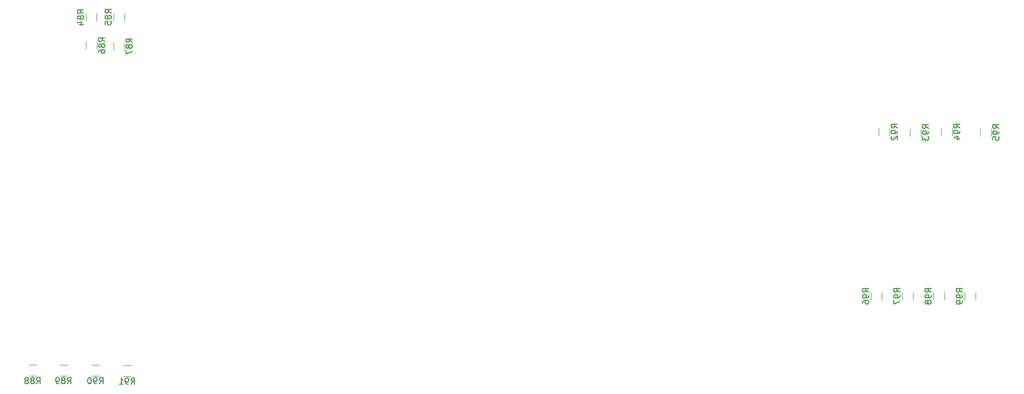
<source format=gbr>
G04 #@! TF.FileFunction,Legend,Bot*
%FSLAX46Y46*%
G04 Gerber Fmt 4.6, Leading zero omitted, Abs format (unit mm)*
G04 Created by KiCad (PCBNEW 4.0.7) date 10/08/17 10:55:57*
%MOMM*%
%LPD*%
G01*
G04 APERTURE LIST*
%ADD10C,0.100000*%
%ADD11C,0.120000*%
%ADD12C,0.150000*%
G04 APERTURE END LIST*
D10*
D11*
X83557000Y-62766500D02*
X83557000Y-61566500D01*
X81797000Y-61566500D02*
X81797000Y-62766500D01*
X88065500Y-62703000D02*
X88065500Y-61503000D01*
X86305500Y-61503000D02*
X86305500Y-62703000D01*
X81860500Y-66138500D02*
X81860500Y-67338500D01*
X83620500Y-67338500D02*
X83620500Y-66138500D01*
X86305500Y-66265500D02*
X86305500Y-67465500D01*
X88065500Y-67465500D02*
X88065500Y-66265500D01*
X73752000Y-118817500D02*
X72552000Y-118817500D01*
X72552000Y-120577500D02*
X73752000Y-120577500D01*
X78768500Y-118817500D02*
X77568500Y-118817500D01*
X77568500Y-120577500D02*
X78768500Y-120577500D01*
X83975500Y-118817500D02*
X82775500Y-118817500D01*
X82775500Y-120577500D02*
X83975500Y-120577500D01*
X89119000Y-118881000D02*
X87919000Y-118881000D01*
X87919000Y-120641000D02*
X89119000Y-120641000D01*
X210702000Y-80219000D02*
X210702000Y-81419000D01*
X212462000Y-81419000D02*
X212462000Y-80219000D01*
X215782000Y-80299000D02*
X215782000Y-81499000D01*
X217542000Y-81499000D02*
X217542000Y-80299000D01*
X220862000Y-80219000D02*
X220862000Y-81419000D01*
X222622000Y-81419000D02*
X222622000Y-80219000D01*
X227212000Y-80299000D02*
X227212000Y-81499000D01*
X228972000Y-81499000D02*
X228972000Y-80299000D01*
X211192000Y-108169000D02*
X211192000Y-106969000D01*
X209432000Y-106969000D02*
X209432000Y-108169000D01*
X216272000Y-108169000D02*
X216272000Y-106969000D01*
X214512000Y-106969000D02*
X214512000Y-108169000D01*
X221352000Y-108169000D02*
X221352000Y-106969000D01*
X219592000Y-106969000D02*
X219592000Y-108169000D01*
X226432000Y-108169000D02*
X226432000Y-106969000D01*
X224672000Y-106969000D02*
X224672000Y-108169000D01*
D12*
X81429381Y-61523643D02*
X80953190Y-61190309D01*
X81429381Y-60952214D02*
X80429381Y-60952214D01*
X80429381Y-61333167D01*
X80477000Y-61428405D01*
X80524619Y-61476024D01*
X80619857Y-61523643D01*
X80762714Y-61523643D01*
X80857952Y-61476024D01*
X80905571Y-61428405D01*
X80953190Y-61333167D01*
X80953190Y-60952214D01*
X80857952Y-62095071D02*
X80810333Y-61999833D01*
X80762714Y-61952214D01*
X80667476Y-61904595D01*
X80619857Y-61904595D01*
X80524619Y-61952214D01*
X80477000Y-61999833D01*
X80429381Y-62095071D01*
X80429381Y-62285548D01*
X80477000Y-62380786D01*
X80524619Y-62428405D01*
X80619857Y-62476024D01*
X80667476Y-62476024D01*
X80762714Y-62428405D01*
X80810333Y-62380786D01*
X80857952Y-62285548D01*
X80857952Y-62095071D01*
X80905571Y-61999833D01*
X80953190Y-61952214D01*
X81048429Y-61904595D01*
X81238905Y-61904595D01*
X81334143Y-61952214D01*
X81381762Y-61999833D01*
X81429381Y-62095071D01*
X81429381Y-62285548D01*
X81381762Y-62380786D01*
X81334143Y-62428405D01*
X81238905Y-62476024D01*
X81048429Y-62476024D01*
X80953190Y-62428405D01*
X80905571Y-62380786D01*
X80857952Y-62285548D01*
X80762714Y-63333167D02*
X81429381Y-63333167D01*
X80381762Y-63095071D02*
X81096048Y-62856976D01*
X81096048Y-63476024D01*
X85937881Y-61460143D02*
X85461690Y-61126809D01*
X85937881Y-60888714D02*
X84937881Y-60888714D01*
X84937881Y-61269667D01*
X84985500Y-61364905D01*
X85033119Y-61412524D01*
X85128357Y-61460143D01*
X85271214Y-61460143D01*
X85366452Y-61412524D01*
X85414071Y-61364905D01*
X85461690Y-61269667D01*
X85461690Y-60888714D01*
X85366452Y-62031571D02*
X85318833Y-61936333D01*
X85271214Y-61888714D01*
X85175976Y-61841095D01*
X85128357Y-61841095D01*
X85033119Y-61888714D01*
X84985500Y-61936333D01*
X84937881Y-62031571D01*
X84937881Y-62222048D01*
X84985500Y-62317286D01*
X85033119Y-62364905D01*
X85128357Y-62412524D01*
X85175976Y-62412524D01*
X85271214Y-62364905D01*
X85318833Y-62317286D01*
X85366452Y-62222048D01*
X85366452Y-62031571D01*
X85414071Y-61936333D01*
X85461690Y-61888714D01*
X85556929Y-61841095D01*
X85747405Y-61841095D01*
X85842643Y-61888714D01*
X85890262Y-61936333D01*
X85937881Y-62031571D01*
X85937881Y-62222048D01*
X85890262Y-62317286D01*
X85842643Y-62364905D01*
X85747405Y-62412524D01*
X85556929Y-62412524D01*
X85461690Y-62364905D01*
X85414071Y-62317286D01*
X85366452Y-62222048D01*
X84937881Y-63317286D02*
X84937881Y-62841095D01*
X85414071Y-62793476D01*
X85366452Y-62841095D01*
X85318833Y-62936333D01*
X85318833Y-63174429D01*
X85366452Y-63269667D01*
X85414071Y-63317286D01*
X85509310Y-63364905D01*
X85747405Y-63364905D01*
X85842643Y-63317286D01*
X85890262Y-63269667D01*
X85937881Y-63174429D01*
X85937881Y-62936333D01*
X85890262Y-62841095D01*
X85842643Y-62793476D01*
X84892881Y-66095643D02*
X84416690Y-65762309D01*
X84892881Y-65524214D02*
X83892881Y-65524214D01*
X83892881Y-65905167D01*
X83940500Y-66000405D01*
X83988119Y-66048024D01*
X84083357Y-66095643D01*
X84226214Y-66095643D01*
X84321452Y-66048024D01*
X84369071Y-66000405D01*
X84416690Y-65905167D01*
X84416690Y-65524214D01*
X84321452Y-66667071D02*
X84273833Y-66571833D01*
X84226214Y-66524214D01*
X84130976Y-66476595D01*
X84083357Y-66476595D01*
X83988119Y-66524214D01*
X83940500Y-66571833D01*
X83892881Y-66667071D01*
X83892881Y-66857548D01*
X83940500Y-66952786D01*
X83988119Y-67000405D01*
X84083357Y-67048024D01*
X84130976Y-67048024D01*
X84226214Y-67000405D01*
X84273833Y-66952786D01*
X84321452Y-66857548D01*
X84321452Y-66667071D01*
X84369071Y-66571833D01*
X84416690Y-66524214D01*
X84511929Y-66476595D01*
X84702405Y-66476595D01*
X84797643Y-66524214D01*
X84845262Y-66571833D01*
X84892881Y-66667071D01*
X84892881Y-66857548D01*
X84845262Y-66952786D01*
X84797643Y-67000405D01*
X84702405Y-67048024D01*
X84511929Y-67048024D01*
X84416690Y-67000405D01*
X84369071Y-66952786D01*
X84321452Y-66857548D01*
X83892881Y-67905167D02*
X83892881Y-67714690D01*
X83940500Y-67619452D01*
X83988119Y-67571833D01*
X84130976Y-67476595D01*
X84321452Y-67428976D01*
X84702405Y-67428976D01*
X84797643Y-67476595D01*
X84845262Y-67524214D01*
X84892881Y-67619452D01*
X84892881Y-67809929D01*
X84845262Y-67905167D01*
X84797643Y-67952786D01*
X84702405Y-68000405D01*
X84464310Y-68000405D01*
X84369071Y-67952786D01*
X84321452Y-67905167D01*
X84273833Y-67809929D01*
X84273833Y-67619452D01*
X84321452Y-67524214D01*
X84369071Y-67476595D01*
X84464310Y-67428976D01*
X89337881Y-66222643D02*
X88861690Y-65889309D01*
X89337881Y-65651214D02*
X88337881Y-65651214D01*
X88337881Y-66032167D01*
X88385500Y-66127405D01*
X88433119Y-66175024D01*
X88528357Y-66222643D01*
X88671214Y-66222643D01*
X88766452Y-66175024D01*
X88814071Y-66127405D01*
X88861690Y-66032167D01*
X88861690Y-65651214D01*
X88766452Y-66794071D02*
X88718833Y-66698833D01*
X88671214Y-66651214D01*
X88575976Y-66603595D01*
X88528357Y-66603595D01*
X88433119Y-66651214D01*
X88385500Y-66698833D01*
X88337881Y-66794071D01*
X88337881Y-66984548D01*
X88385500Y-67079786D01*
X88433119Y-67127405D01*
X88528357Y-67175024D01*
X88575976Y-67175024D01*
X88671214Y-67127405D01*
X88718833Y-67079786D01*
X88766452Y-66984548D01*
X88766452Y-66794071D01*
X88814071Y-66698833D01*
X88861690Y-66651214D01*
X88956929Y-66603595D01*
X89147405Y-66603595D01*
X89242643Y-66651214D01*
X89290262Y-66698833D01*
X89337881Y-66794071D01*
X89337881Y-66984548D01*
X89290262Y-67079786D01*
X89242643Y-67127405D01*
X89147405Y-67175024D01*
X88956929Y-67175024D01*
X88861690Y-67127405D01*
X88814071Y-67079786D01*
X88766452Y-66984548D01*
X88337881Y-67508357D02*
X88337881Y-68175024D01*
X89337881Y-67746452D01*
X73794857Y-121849881D02*
X74128191Y-121373690D01*
X74366286Y-121849881D02*
X74366286Y-120849881D01*
X73985333Y-120849881D01*
X73890095Y-120897500D01*
X73842476Y-120945119D01*
X73794857Y-121040357D01*
X73794857Y-121183214D01*
X73842476Y-121278452D01*
X73890095Y-121326071D01*
X73985333Y-121373690D01*
X74366286Y-121373690D01*
X73223429Y-121278452D02*
X73318667Y-121230833D01*
X73366286Y-121183214D01*
X73413905Y-121087976D01*
X73413905Y-121040357D01*
X73366286Y-120945119D01*
X73318667Y-120897500D01*
X73223429Y-120849881D01*
X73032952Y-120849881D01*
X72937714Y-120897500D01*
X72890095Y-120945119D01*
X72842476Y-121040357D01*
X72842476Y-121087976D01*
X72890095Y-121183214D01*
X72937714Y-121230833D01*
X73032952Y-121278452D01*
X73223429Y-121278452D01*
X73318667Y-121326071D01*
X73366286Y-121373690D01*
X73413905Y-121468929D01*
X73413905Y-121659405D01*
X73366286Y-121754643D01*
X73318667Y-121802262D01*
X73223429Y-121849881D01*
X73032952Y-121849881D01*
X72937714Y-121802262D01*
X72890095Y-121754643D01*
X72842476Y-121659405D01*
X72842476Y-121468929D01*
X72890095Y-121373690D01*
X72937714Y-121326071D01*
X73032952Y-121278452D01*
X72271048Y-121278452D02*
X72366286Y-121230833D01*
X72413905Y-121183214D01*
X72461524Y-121087976D01*
X72461524Y-121040357D01*
X72413905Y-120945119D01*
X72366286Y-120897500D01*
X72271048Y-120849881D01*
X72080571Y-120849881D01*
X71985333Y-120897500D01*
X71937714Y-120945119D01*
X71890095Y-121040357D01*
X71890095Y-121087976D01*
X71937714Y-121183214D01*
X71985333Y-121230833D01*
X72080571Y-121278452D01*
X72271048Y-121278452D01*
X72366286Y-121326071D01*
X72413905Y-121373690D01*
X72461524Y-121468929D01*
X72461524Y-121659405D01*
X72413905Y-121754643D01*
X72366286Y-121802262D01*
X72271048Y-121849881D01*
X72080571Y-121849881D01*
X71985333Y-121802262D01*
X71937714Y-121754643D01*
X71890095Y-121659405D01*
X71890095Y-121468929D01*
X71937714Y-121373690D01*
X71985333Y-121326071D01*
X72080571Y-121278452D01*
X78811357Y-121849881D02*
X79144691Y-121373690D01*
X79382786Y-121849881D02*
X79382786Y-120849881D01*
X79001833Y-120849881D01*
X78906595Y-120897500D01*
X78858976Y-120945119D01*
X78811357Y-121040357D01*
X78811357Y-121183214D01*
X78858976Y-121278452D01*
X78906595Y-121326071D01*
X79001833Y-121373690D01*
X79382786Y-121373690D01*
X78239929Y-121278452D02*
X78335167Y-121230833D01*
X78382786Y-121183214D01*
X78430405Y-121087976D01*
X78430405Y-121040357D01*
X78382786Y-120945119D01*
X78335167Y-120897500D01*
X78239929Y-120849881D01*
X78049452Y-120849881D01*
X77954214Y-120897500D01*
X77906595Y-120945119D01*
X77858976Y-121040357D01*
X77858976Y-121087976D01*
X77906595Y-121183214D01*
X77954214Y-121230833D01*
X78049452Y-121278452D01*
X78239929Y-121278452D01*
X78335167Y-121326071D01*
X78382786Y-121373690D01*
X78430405Y-121468929D01*
X78430405Y-121659405D01*
X78382786Y-121754643D01*
X78335167Y-121802262D01*
X78239929Y-121849881D01*
X78049452Y-121849881D01*
X77954214Y-121802262D01*
X77906595Y-121754643D01*
X77858976Y-121659405D01*
X77858976Y-121468929D01*
X77906595Y-121373690D01*
X77954214Y-121326071D01*
X78049452Y-121278452D01*
X77382786Y-121849881D02*
X77192310Y-121849881D01*
X77097071Y-121802262D01*
X77049452Y-121754643D01*
X76954214Y-121611786D01*
X76906595Y-121421310D01*
X76906595Y-121040357D01*
X76954214Y-120945119D01*
X77001833Y-120897500D01*
X77097071Y-120849881D01*
X77287548Y-120849881D01*
X77382786Y-120897500D01*
X77430405Y-120945119D01*
X77478024Y-121040357D01*
X77478024Y-121278452D01*
X77430405Y-121373690D01*
X77382786Y-121421310D01*
X77287548Y-121468929D01*
X77097071Y-121468929D01*
X77001833Y-121421310D01*
X76954214Y-121373690D01*
X76906595Y-121278452D01*
X84018357Y-121849881D02*
X84351691Y-121373690D01*
X84589786Y-121849881D02*
X84589786Y-120849881D01*
X84208833Y-120849881D01*
X84113595Y-120897500D01*
X84065976Y-120945119D01*
X84018357Y-121040357D01*
X84018357Y-121183214D01*
X84065976Y-121278452D01*
X84113595Y-121326071D01*
X84208833Y-121373690D01*
X84589786Y-121373690D01*
X83542167Y-121849881D02*
X83351691Y-121849881D01*
X83256452Y-121802262D01*
X83208833Y-121754643D01*
X83113595Y-121611786D01*
X83065976Y-121421310D01*
X83065976Y-121040357D01*
X83113595Y-120945119D01*
X83161214Y-120897500D01*
X83256452Y-120849881D01*
X83446929Y-120849881D01*
X83542167Y-120897500D01*
X83589786Y-120945119D01*
X83637405Y-121040357D01*
X83637405Y-121278452D01*
X83589786Y-121373690D01*
X83542167Y-121421310D01*
X83446929Y-121468929D01*
X83256452Y-121468929D01*
X83161214Y-121421310D01*
X83113595Y-121373690D01*
X83065976Y-121278452D01*
X82446929Y-120849881D02*
X82351690Y-120849881D01*
X82256452Y-120897500D01*
X82208833Y-120945119D01*
X82161214Y-121040357D01*
X82113595Y-121230833D01*
X82113595Y-121468929D01*
X82161214Y-121659405D01*
X82208833Y-121754643D01*
X82256452Y-121802262D01*
X82351690Y-121849881D01*
X82446929Y-121849881D01*
X82542167Y-121802262D01*
X82589786Y-121754643D01*
X82637405Y-121659405D01*
X82685024Y-121468929D01*
X82685024Y-121230833D01*
X82637405Y-121040357D01*
X82589786Y-120945119D01*
X82542167Y-120897500D01*
X82446929Y-120849881D01*
X89161857Y-121913381D02*
X89495191Y-121437190D01*
X89733286Y-121913381D02*
X89733286Y-120913381D01*
X89352333Y-120913381D01*
X89257095Y-120961000D01*
X89209476Y-121008619D01*
X89161857Y-121103857D01*
X89161857Y-121246714D01*
X89209476Y-121341952D01*
X89257095Y-121389571D01*
X89352333Y-121437190D01*
X89733286Y-121437190D01*
X88685667Y-121913381D02*
X88495191Y-121913381D01*
X88399952Y-121865762D01*
X88352333Y-121818143D01*
X88257095Y-121675286D01*
X88209476Y-121484810D01*
X88209476Y-121103857D01*
X88257095Y-121008619D01*
X88304714Y-120961000D01*
X88399952Y-120913381D01*
X88590429Y-120913381D01*
X88685667Y-120961000D01*
X88733286Y-121008619D01*
X88780905Y-121103857D01*
X88780905Y-121341952D01*
X88733286Y-121437190D01*
X88685667Y-121484810D01*
X88590429Y-121532429D01*
X88399952Y-121532429D01*
X88304714Y-121484810D01*
X88257095Y-121437190D01*
X88209476Y-121341952D01*
X87257095Y-121913381D02*
X87828524Y-121913381D01*
X87542810Y-121913381D02*
X87542810Y-120913381D01*
X87638048Y-121056238D01*
X87733286Y-121151476D01*
X87828524Y-121199095D01*
X213734381Y-80176143D02*
X213258190Y-79842809D01*
X213734381Y-79604714D02*
X212734381Y-79604714D01*
X212734381Y-79985667D01*
X212782000Y-80080905D01*
X212829619Y-80128524D01*
X212924857Y-80176143D01*
X213067714Y-80176143D01*
X213162952Y-80128524D01*
X213210571Y-80080905D01*
X213258190Y-79985667D01*
X213258190Y-79604714D01*
X213734381Y-80652333D02*
X213734381Y-80842809D01*
X213686762Y-80938048D01*
X213639143Y-80985667D01*
X213496286Y-81080905D01*
X213305810Y-81128524D01*
X212924857Y-81128524D01*
X212829619Y-81080905D01*
X212782000Y-81033286D01*
X212734381Y-80938048D01*
X212734381Y-80747571D01*
X212782000Y-80652333D01*
X212829619Y-80604714D01*
X212924857Y-80557095D01*
X213162952Y-80557095D01*
X213258190Y-80604714D01*
X213305810Y-80652333D01*
X213353429Y-80747571D01*
X213353429Y-80938048D01*
X213305810Y-81033286D01*
X213258190Y-81080905D01*
X213162952Y-81128524D01*
X212829619Y-81509476D02*
X212782000Y-81557095D01*
X212734381Y-81652333D01*
X212734381Y-81890429D01*
X212782000Y-81985667D01*
X212829619Y-82033286D01*
X212924857Y-82080905D01*
X213020095Y-82080905D01*
X213162952Y-82033286D01*
X213734381Y-81461857D01*
X213734381Y-82080905D01*
X218814381Y-80256143D02*
X218338190Y-79922809D01*
X218814381Y-79684714D02*
X217814381Y-79684714D01*
X217814381Y-80065667D01*
X217862000Y-80160905D01*
X217909619Y-80208524D01*
X218004857Y-80256143D01*
X218147714Y-80256143D01*
X218242952Y-80208524D01*
X218290571Y-80160905D01*
X218338190Y-80065667D01*
X218338190Y-79684714D01*
X218814381Y-80732333D02*
X218814381Y-80922809D01*
X218766762Y-81018048D01*
X218719143Y-81065667D01*
X218576286Y-81160905D01*
X218385810Y-81208524D01*
X218004857Y-81208524D01*
X217909619Y-81160905D01*
X217862000Y-81113286D01*
X217814381Y-81018048D01*
X217814381Y-80827571D01*
X217862000Y-80732333D01*
X217909619Y-80684714D01*
X218004857Y-80637095D01*
X218242952Y-80637095D01*
X218338190Y-80684714D01*
X218385810Y-80732333D01*
X218433429Y-80827571D01*
X218433429Y-81018048D01*
X218385810Y-81113286D01*
X218338190Y-81160905D01*
X218242952Y-81208524D01*
X217814381Y-81541857D02*
X217814381Y-82160905D01*
X218195333Y-81827571D01*
X218195333Y-81970429D01*
X218242952Y-82065667D01*
X218290571Y-82113286D01*
X218385810Y-82160905D01*
X218623905Y-82160905D01*
X218719143Y-82113286D01*
X218766762Y-82065667D01*
X218814381Y-81970429D01*
X218814381Y-81684714D01*
X218766762Y-81589476D01*
X218719143Y-81541857D01*
X223894381Y-80176143D02*
X223418190Y-79842809D01*
X223894381Y-79604714D02*
X222894381Y-79604714D01*
X222894381Y-79985667D01*
X222942000Y-80080905D01*
X222989619Y-80128524D01*
X223084857Y-80176143D01*
X223227714Y-80176143D01*
X223322952Y-80128524D01*
X223370571Y-80080905D01*
X223418190Y-79985667D01*
X223418190Y-79604714D01*
X223894381Y-80652333D02*
X223894381Y-80842809D01*
X223846762Y-80938048D01*
X223799143Y-80985667D01*
X223656286Y-81080905D01*
X223465810Y-81128524D01*
X223084857Y-81128524D01*
X222989619Y-81080905D01*
X222942000Y-81033286D01*
X222894381Y-80938048D01*
X222894381Y-80747571D01*
X222942000Y-80652333D01*
X222989619Y-80604714D01*
X223084857Y-80557095D01*
X223322952Y-80557095D01*
X223418190Y-80604714D01*
X223465810Y-80652333D01*
X223513429Y-80747571D01*
X223513429Y-80938048D01*
X223465810Y-81033286D01*
X223418190Y-81080905D01*
X223322952Y-81128524D01*
X223227714Y-81985667D02*
X223894381Y-81985667D01*
X222846762Y-81747571D02*
X223561048Y-81509476D01*
X223561048Y-82128524D01*
X230244381Y-80256143D02*
X229768190Y-79922809D01*
X230244381Y-79684714D02*
X229244381Y-79684714D01*
X229244381Y-80065667D01*
X229292000Y-80160905D01*
X229339619Y-80208524D01*
X229434857Y-80256143D01*
X229577714Y-80256143D01*
X229672952Y-80208524D01*
X229720571Y-80160905D01*
X229768190Y-80065667D01*
X229768190Y-79684714D01*
X230244381Y-80732333D02*
X230244381Y-80922809D01*
X230196762Y-81018048D01*
X230149143Y-81065667D01*
X230006286Y-81160905D01*
X229815810Y-81208524D01*
X229434857Y-81208524D01*
X229339619Y-81160905D01*
X229292000Y-81113286D01*
X229244381Y-81018048D01*
X229244381Y-80827571D01*
X229292000Y-80732333D01*
X229339619Y-80684714D01*
X229434857Y-80637095D01*
X229672952Y-80637095D01*
X229768190Y-80684714D01*
X229815810Y-80732333D01*
X229863429Y-80827571D01*
X229863429Y-81018048D01*
X229815810Y-81113286D01*
X229768190Y-81160905D01*
X229672952Y-81208524D01*
X229244381Y-82113286D02*
X229244381Y-81637095D01*
X229720571Y-81589476D01*
X229672952Y-81637095D01*
X229625333Y-81732333D01*
X229625333Y-81970429D01*
X229672952Y-82065667D01*
X229720571Y-82113286D01*
X229815810Y-82160905D01*
X230053905Y-82160905D01*
X230149143Y-82113286D01*
X230196762Y-82065667D01*
X230244381Y-81970429D01*
X230244381Y-81732333D01*
X230196762Y-81637095D01*
X230149143Y-81589476D01*
X209064381Y-106926143D02*
X208588190Y-106592809D01*
X209064381Y-106354714D02*
X208064381Y-106354714D01*
X208064381Y-106735667D01*
X208112000Y-106830905D01*
X208159619Y-106878524D01*
X208254857Y-106926143D01*
X208397714Y-106926143D01*
X208492952Y-106878524D01*
X208540571Y-106830905D01*
X208588190Y-106735667D01*
X208588190Y-106354714D01*
X209064381Y-107402333D02*
X209064381Y-107592809D01*
X209016762Y-107688048D01*
X208969143Y-107735667D01*
X208826286Y-107830905D01*
X208635810Y-107878524D01*
X208254857Y-107878524D01*
X208159619Y-107830905D01*
X208112000Y-107783286D01*
X208064381Y-107688048D01*
X208064381Y-107497571D01*
X208112000Y-107402333D01*
X208159619Y-107354714D01*
X208254857Y-107307095D01*
X208492952Y-107307095D01*
X208588190Y-107354714D01*
X208635810Y-107402333D01*
X208683429Y-107497571D01*
X208683429Y-107688048D01*
X208635810Y-107783286D01*
X208588190Y-107830905D01*
X208492952Y-107878524D01*
X208064381Y-108735667D02*
X208064381Y-108545190D01*
X208112000Y-108449952D01*
X208159619Y-108402333D01*
X208302476Y-108307095D01*
X208492952Y-108259476D01*
X208873905Y-108259476D01*
X208969143Y-108307095D01*
X209016762Y-108354714D01*
X209064381Y-108449952D01*
X209064381Y-108640429D01*
X209016762Y-108735667D01*
X208969143Y-108783286D01*
X208873905Y-108830905D01*
X208635810Y-108830905D01*
X208540571Y-108783286D01*
X208492952Y-108735667D01*
X208445333Y-108640429D01*
X208445333Y-108449952D01*
X208492952Y-108354714D01*
X208540571Y-108307095D01*
X208635810Y-108259476D01*
X214144381Y-106926143D02*
X213668190Y-106592809D01*
X214144381Y-106354714D02*
X213144381Y-106354714D01*
X213144381Y-106735667D01*
X213192000Y-106830905D01*
X213239619Y-106878524D01*
X213334857Y-106926143D01*
X213477714Y-106926143D01*
X213572952Y-106878524D01*
X213620571Y-106830905D01*
X213668190Y-106735667D01*
X213668190Y-106354714D01*
X214144381Y-107402333D02*
X214144381Y-107592809D01*
X214096762Y-107688048D01*
X214049143Y-107735667D01*
X213906286Y-107830905D01*
X213715810Y-107878524D01*
X213334857Y-107878524D01*
X213239619Y-107830905D01*
X213192000Y-107783286D01*
X213144381Y-107688048D01*
X213144381Y-107497571D01*
X213192000Y-107402333D01*
X213239619Y-107354714D01*
X213334857Y-107307095D01*
X213572952Y-107307095D01*
X213668190Y-107354714D01*
X213715810Y-107402333D01*
X213763429Y-107497571D01*
X213763429Y-107688048D01*
X213715810Y-107783286D01*
X213668190Y-107830905D01*
X213572952Y-107878524D01*
X213144381Y-108211857D02*
X213144381Y-108878524D01*
X214144381Y-108449952D01*
X219224381Y-106926143D02*
X218748190Y-106592809D01*
X219224381Y-106354714D02*
X218224381Y-106354714D01*
X218224381Y-106735667D01*
X218272000Y-106830905D01*
X218319619Y-106878524D01*
X218414857Y-106926143D01*
X218557714Y-106926143D01*
X218652952Y-106878524D01*
X218700571Y-106830905D01*
X218748190Y-106735667D01*
X218748190Y-106354714D01*
X219224381Y-107402333D02*
X219224381Y-107592809D01*
X219176762Y-107688048D01*
X219129143Y-107735667D01*
X218986286Y-107830905D01*
X218795810Y-107878524D01*
X218414857Y-107878524D01*
X218319619Y-107830905D01*
X218272000Y-107783286D01*
X218224381Y-107688048D01*
X218224381Y-107497571D01*
X218272000Y-107402333D01*
X218319619Y-107354714D01*
X218414857Y-107307095D01*
X218652952Y-107307095D01*
X218748190Y-107354714D01*
X218795810Y-107402333D01*
X218843429Y-107497571D01*
X218843429Y-107688048D01*
X218795810Y-107783286D01*
X218748190Y-107830905D01*
X218652952Y-107878524D01*
X218652952Y-108449952D02*
X218605333Y-108354714D01*
X218557714Y-108307095D01*
X218462476Y-108259476D01*
X218414857Y-108259476D01*
X218319619Y-108307095D01*
X218272000Y-108354714D01*
X218224381Y-108449952D01*
X218224381Y-108640429D01*
X218272000Y-108735667D01*
X218319619Y-108783286D01*
X218414857Y-108830905D01*
X218462476Y-108830905D01*
X218557714Y-108783286D01*
X218605333Y-108735667D01*
X218652952Y-108640429D01*
X218652952Y-108449952D01*
X218700571Y-108354714D01*
X218748190Y-108307095D01*
X218843429Y-108259476D01*
X219033905Y-108259476D01*
X219129143Y-108307095D01*
X219176762Y-108354714D01*
X219224381Y-108449952D01*
X219224381Y-108640429D01*
X219176762Y-108735667D01*
X219129143Y-108783286D01*
X219033905Y-108830905D01*
X218843429Y-108830905D01*
X218748190Y-108783286D01*
X218700571Y-108735667D01*
X218652952Y-108640429D01*
X224304381Y-106926143D02*
X223828190Y-106592809D01*
X224304381Y-106354714D02*
X223304381Y-106354714D01*
X223304381Y-106735667D01*
X223352000Y-106830905D01*
X223399619Y-106878524D01*
X223494857Y-106926143D01*
X223637714Y-106926143D01*
X223732952Y-106878524D01*
X223780571Y-106830905D01*
X223828190Y-106735667D01*
X223828190Y-106354714D01*
X224304381Y-107402333D02*
X224304381Y-107592809D01*
X224256762Y-107688048D01*
X224209143Y-107735667D01*
X224066286Y-107830905D01*
X223875810Y-107878524D01*
X223494857Y-107878524D01*
X223399619Y-107830905D01*
X223352000Y-107783286D01*
X223304381Y-107688048D01*
X223304381Y-107497571D01*
X223352000Y-107402333D01*
X223399619Y-107354714D01*
X223494857Y-107307095D01*
X223732952Y-107307095D01*
X223828190Y-107354714D01*
X223875810Y-107402333D01*
X223923429Y-107497571D01*
X223923429Y-107688048D01*
X223875810Y-107783286D01*
X223828190Y-107830905D01*
X223732952Y-107878524D01*
X224304381Y-108354714D02*
X224304381Y-108545190D01*
X224256762Y-108640429D01*
X224209143Y-108688048D01*
X224066286Y-108783286D01*
X223875810Y-108830905D01*
X223494857Y-108830905D01*
X223399619Y-108783286D01*
X223352000Y-108735667D01*
X223304381Y-108640429D01*
X223304381Y-108449952D01*
X223352000Y-108354714D01*
X223399619Y-108307095D01*
X223494857Y-108259476D01*
X223732952Y-108259476D01*
X223828190Y-108307095D01*
X223875810Y-108354714D01*
X223923429Y-108449952D01*
X223923429Y-108640429D01*
X223875810Y-108735667D01*
X223828190Y-108783286D01*
X223732952Y-108830905D01*
M02*

</source>
